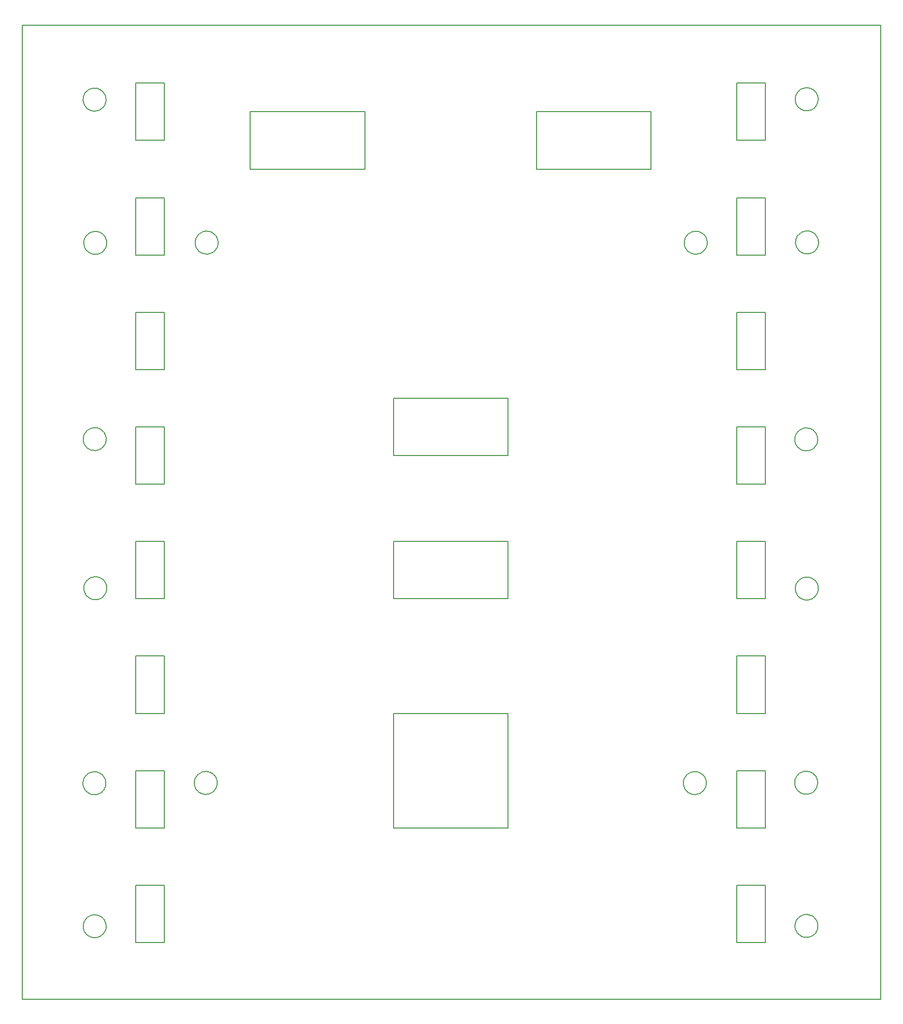
<source format=gbr>
G04 #@! TF.GenerationSoftware,KiCad,Pcbnew,5.1.5-52549c5~84~ubuntu18.04.1*
G04 #@! TF.CreationDate,2019-12-30T18:31:59+07:00*
G04 #@! TF.ProjectId,plate,706c6174-652e-46b6-9963-61645f706362,rev?*
G04 #@! TF.SameCoordinates,Original*
G04 #@! TF.FileFunction,Profile,NP*
%FSLAX46Y46*%
G04 Gerber Fmt 4.6, Leading zero omitted, Abs format (unit mm)*
G04 Created by KiCad (PCBNEW 5.1.5-52549c5~84~ubuntu18.04.1) date 2019-12-30 18:31:59*
%MOMM*%
%LPD*%
G04 APERTURE LIST*
%ADD10C,0.200000*%
G04 APERTURE END LIST*
D10*
X38202708Y-73012290D02*
X33202708Y-73012290D01*
X132006648Y-52598482D02*
X131875020Y-52668090D01*
X131875020Y-52668090D02*
X131731639Y-52730437D01*
X131731639Y-52730437D02*
X131581970Y-52781942D01*
X131581970Y-52781942D02*
X131422087Y-52822840D01*
X131422087Y-52822840D02*
X131249977Y-52851585D01*
X131249977Y-52851585D02*
X131062277Y-52865655D01*
X131062277Y-52865655D02*
X130866119Y-52861489D01*
X130866119Y-52861489D02*
X130685023Y-52840425D01*
X130685023Y-52840425D02*
X130517848Y-52805822D01*
X130517848Y-52805822D02*
X130361181Y-52759458D01*
X130361181Y-52759458D02*
X130213520Y-52702475D01*
X130213520Y-52702475D02*
X130075192Y-52636291D01*
X130075192Y-52636291D02*
X130006648Y-52598482D01*
X133006648Y-50866430D02*
X132997419Y-51058549D01*
X132997419Y-51058549D02*
X132972560Y-51234327D01*
X132972560Y-51234327D02*
X132934863Y-51397603D01*
X132934863Y-51397603D02*
X132884080Y-51555875D01*
X132884080Y-51555875D02*
X132825432Y-51698318D01*
X132825432Y-51698318D02*
X132757106Y-51833837D01*
X132757106Y-51833837D02*
X132680952Y-51960364D01*
X132680952Y-51960364D02*
X132596831Y-52079430D01*
X132596831Y-52079430D02*
X132505401Y-52190762D01*
X132505401Y-52190762D02*
X132407304Y-52294130D01*
X132407304Y-52294130D02*
X132301583Y-52390666D01*
X132301583Y-52390666D02*
X132188515Y-52479898D01*
X132188515Y-52479898D02*
X132068375Y-52561346D01*
X132068375Y-52561346D02*
X132006648Y-52598482D01*
X151456798Y-49079329D02*
X151580748Y-49157052D01*
X151580748Y-49157052D02*
X151697716Y-49242853D01*
X151697716Y-49242853D02*
X151807039Y-49335901D01*
X151807039Y-49335901D02*
X151908874Y-49436011D01*
X151908874Y-49436011D02*
X152006798Y-49547419D01*
X152006798Y-49547419D02*
X152093639Y-49662129D01*
X152093639Y-49662129D02*
X152172954Y-49784343D01*
X152172954Y-49784343D02*
X152246552Y-49918749D01*
X152246552Y-49918749D02*
X152309333Y-50057605D01*
X152309333Y-50057605D02*
X152362557Y-50204569D01*
X152362557Y-50204569D02*
X152405775Y-50362314D01*
X152405775Y-50362314D02*
X152437104Y-50531154D01*
X152437104Y-50531154D02*
X152454424Y-50713874D01*
X152454424Y-50713874D02*
X152456798Y-50811380D01*
X149456798Y-49079329D02*
X149588418Y-49009713D01*
X149588418Y-49009713D02*
X149732276Y-48947178D01*
X149732276Y-48947178D02*
X149881470Y-48895864D01*
X149881470Y-48895864D02*
X150041350Y-48854963D01*
X150041350Y-48854963D02*
X150213462Y-48826218D01*
X150213462Y-48826218D02*
X150399895Y-48812184D01*
X150399895Y-48812184D02*
X150597318Y-48816313D01*
X150597318Y-48816313D02*
X150782421Y-48838037D01*
X150782421Y-48838037D02*
X150949047Y-48872855D01*
X150949047Y-48872855D02*
X151104196Y-48919008D01*
X151104196Y-48919008D02*
X151249920Y-48975329D01*
X151249920Y-48975329D02*
X151386403Y-49040544D01*
X151386403Y-49040544D02*
X151456798Y-49079329D01*
X148456798Y-50811380D02*
X148466421Y-50615136D01*
X148466421Y-50615136D02*
X148491540Y-50439947D01*
X148491540Y-50439947D02*
X148530072Y-50274799D01*
X148530072Y-50274799D02*
X148579881Y-50120496D01*
X148579881Y-50120496D02*
X148638637Y-49978102D01*
X148638637Y-49978102D02*
X148706333Y-49843965D01*
X148706333Y-49843965D02*
X148784286Y-49714686D01*
X148784286Y-49714686D02*
X148867531Y-49597165D01*
X148867531Y-49597165D02*
X148958036Y-49487041D01*
X148958036Y-49487041D02*
X149057591Y-49382246D01*
X149057591Y-49382246D02*
X149174409Y-49276558D01*
X149174409Y-49276558D02*
X149289350Y-49187440D01*
X149289350Y-49187440D02*
X149414569Y-49104399D01*
X149414569Y-49104399D02*
X149456798Y-49079329D01*
X149456798Y-52543431D02*
X149332840Y-52465699D01*
X149332840Y-52465699D02*
X149214259Y-52378622D01*
X149214259Y-52378622D02*
X149105041Y-52285471D01*
X149105041Y-52285471D02*
X149001917Y-52183783D01*
X149001917Y-52183783D02*
X148906790Y-52075335D01*
X148906790Y-52075335D02*
X148819949Y-51960622D01*
X148819949Y-51960622D02*
X148740636Y-51838411D01*
X148740636Y-51838411D02*
X148668846Y-51707623D01*
X148668846Y-51707623D02*
X148605020Y-51567026D01*
X148605020Y-51567026D02*
X148551648Y-51420119D01*
X148551648Y-51420119D02*
X148508327Y-51262676D01*
X148508327Y-51262676D02*
X148476776Y-51093636D01*
X148476776Y-51093636D02*
X148459242Y-50910435D01*
X148459242Y-50910435D02*
X148456798Y-50811380D01*
X138202708Y-133012290D02*
X138202708Y-123012290D01*
X143202708Y-133012290D02*
X138202708Y-133012290D01*
X143202708Y-123012290D02*
X143202708Y-133012290D01*
X47420676Y-145157030D02*
X47411447Y-145349149D01*
X47411447Y-145349149D02*
X47386588Y-145524927D01*
X47386588Y-145524927D02*
X47348891Y-145688203D01*
X47348891Y-145688203D02*
X47298108Y-145846475D01*
X47298108Y-145846475D02*
X47239460Y-145988918D01*
X47239460Y-145988918D02*
X47171134Y-146124437D01*
X47171134Y-146124437D02*
X47094980Y-146250964D01*
X47094980Y-146250964D02*
X47010859Y-146370030D01*
X47010859Y-146370030D02*
X46919429Y-146481362D01*
X46919429Y-146481362D02*
X46821332Y-146584730D01*
X46821332Y-146584730D02*
X46715611Y-146681266D01*
X46715611Y-146681266D02*
X46602543Y-146770497D01*
X46602543Y-146770497D02*
X46482403Y-146851945D01*
X46482403Y-146851945D02*
X46420676Y-146889081D01*
X47576113Y-50846290D02*
X47576113Y-50846290D01*
X27125965Y-49169290D02*
X27249915Y-49247013D01*
X27249915Y-49247013D02*
X27366883Y-49332814D01*
X27366883Y-49332814D02*
X27476206Y-49425861D01*
X27476206Y-49425861D02*
X27578041Y-49525971D01*
X27578041Y-49525971D02*
X27675965Y-49637379D01*
X27675965Y-49637379D02*
X27762806Y-49752089D01*
X27762806Y-49752089D02*
X27842121Y-49874303D01*
X27842121Y-49874303D02*
X27915719Y-50008709D01*
X27915719Y-50008709D02*
X27978500Y-50147565D01*
X27978500Y-50147565D02*
X28031724Y-50294529D01*
X28031724Y-50294529D02*
X28074942Y-50452274D01*
X28074942Y-50452274D02*
X28106271Y-50621114D01*
X28106271Y-50621114D02*
X28123591Y-50803834D01*
X28123591Y-50803834D02*
X28125965Y-50901340D01*
X25125965Y-49169290D02*
X25257585Y-49099674D01*
X25257585Y-49099674D02*
X25401443Y-49037139D01*
X25401443Y-49037139D02*
X25550637Y-48985824D01*
X25550637Y-48985824D02*
X25710517Y-48944923D01*
X25710517Y-48944923D02*
X25882629Y-48916178D01*
X25882629Y-48916178D02*
X26069062Y-48902144D01*
X26069062Y-48902144D02*
X26266485Y-48906273D01*
X26266485Y-48906273D02*
X26451588Y-48927997D01*
X26451588Y-48927997D02*
X26618214Y-48962815D01*
X26618214Y-48962815D02*
X26773363Y-49008968D01*
X26773363Y-49008968D02*
X26919087Y-49065290D01*
X26919087Y-49065290D02*
X27055570Y-49130505D01*
X27055570Y-49130505D02*
X27125965Y-49169290D01*
X24125965Y-50901340D02*
X24135588Y-50705096D01*
X24135588Y-50705096D02*
X24160707Y-50529907D01*
X24160707Y-50529907D02*
X24199239Y-50364759D01*
X24199239Y-50364759D02*
X24249048Y-50210456D01*
X24249048Y-50210456D02*
X24307804Y-50068062D01*
X24307804Y-50068062D02*
X24375500Y-49933925D01*
X24375500Y-49933925D02*
X24453453Y-49804646D01*
X24453453Y-49804646D02*
X24536698Y-49687125D01*
X24536698Y-49687125D02*
X24627203Y-49577001D01*
X24627203Y-49577001D02*
X24726758Y-49472206D01*
X24726758Y-49472206D02*
X24843576Y-49366518D01*
X24843576Y-49366518D02*
X24958517Y-49277401D01*
X24958517Y-49277401D02*
X25083736Y-49194360D01*
X25083736Y-49194360D02*
X25125965Y-49169290D01*
X25125965Y-52633392D02*
X25002007Y-52555660D01*
X25002007Y-52555660D02*
X24883426Y-52468582D01*
X24883426Y-52468582D02*
X24774208Y-52375431D01*
X24774208Y-52375431D02*
X24671084Y-52273743D01*
X24671084Y-52273743D02*
X24575957Y-52165295D01*
X24575957Y-52165295D02*
X24489116Y-52050582D01*
X24489116Y-52050582D02*
X24409803Y-51928371D01*
X24409803Y-51928371D02*
X24338013Y-51797583D01*
X24338013Y-51797583D02*
X24274187Y-51656986D01*
X24274187Y-51656986D02*
X24220815Y-51510079D01*
X24220815Y-51510079D02*
X24177494Y-51352636D01*
X24177494Y-51352636D02*
X24145943Y-51183596D01*
X24145943Y-51183596D02*
X24128409Y-51000395D01*
X24128409Y-51000395D02*
X24125965Y-50901340D01*
X27125965Y-52633392D02*
X26994337Y-52703000D01*
X26994337Y-52703000D02*
X26850956Y-52765347D01*
X26850956Y-52765347D02*
X26701287Y-52816852D01*
X26701287Y-52816852D02*
X26541404Y-52857750D01*
X26541404Y-52857750D02*
X26369294Y-52886495D01*
X26369294Y-52886495D02*
X26181594Y-52900565D01*
X26181594Y-52900565D02*
X25985436Y-52896399D01*
X25985436Y-52896399D02*
X25804340Y-52875335D01*
X25804340Y-52875335D02*
X25637165Y-52840732D01*
X25637165Y-52840732D02*
X25480498Y-52794368D01*
X25480498Y-52794368D02*
X25332837Y-52737385D01*
X25332837Y-52737385D02*
X25194509Y-52671201D01*
X25194509Y-52671201D02*
X25125965Y-52633392D01*
X33202708Y-93012290D02*
X33202708Y-83012290D01*
X98202708Y-153012290D02*
X78202708Y-153012290D01*
X98202708Y-133012290D02*
X98202708Y-153012290D01*
X78202708Y-133012290D02*
X98202708Y-133012290D01*
X78202708Y-153012290D02*
X78202708Y-133012290D01*
X27970524Y-145212090D02*
X27970524Y-145212090D01*
X47420676Y-145157030D02*
X47420676Y-145157030D01*
X26970524Y-143480039D02*
X27094474Y-143557762D01*
X27094474Y-143557762D02*
X27211442Y-143643563D01*
X27211442Y-143643563D02*
X27320765Y-143736611D01*
X27320765Y-143736611D02*
X27422600Y-143836721D01*
X27422600Y-143836721D02*
X27520524Y-143948129D01*
X27520524Y-143948129D02*
X27607365Y-144062839D01*
X27607365Y-144062839D02*
X27686680Y-144185053D01*
X27686680Y-144185053D02*
X27760278Y-144319459D01*
X27760278Y-144319459D02*
X27823059Y-144458315D01*
X27823059Y-144458315D02*
X27876283Y-144605279D01*
X27876283Y-144605279D02*
X27919501Y-144763024D01*
X27919501Y-144763024D02*
X27950830Y-144931864D01*
X27950830Y-144931864D02*
X27968150Y-145114584D01*
X27968150Y-145114584D02*
X27970524Y-145212090D01*
X24970524Y-143480039D02*
X25102144Y-143410423D01*
X25102144Y-143410423D02*
X25246002Y-143347888D01*
X25246002Y-143347888D02*
X25395196Y-143296574D01*
X25395196Y-143296574D02*
X25555076Y-143255673D01*
X25555076Y-143255673D02*
X25727188Y-143226928D01*
X25727188Y-143226928D02*
X25913621Y-143212894D01*
X25913621Y-143212894D02*
X26111044Y-143217023D01*
X26111044Y-143217023D02*
X26296147Y-143238747D01*
X26296147Y-143238747D02*
X26462773Y-143273565D01*
X26462773Y-143273565D02*
X26617922Y-143319718D01*
X26617922Y-143319718D02*
X26763646Y-143376039D01*
X26763646Y-143376039D02*
X26900129Y-143441254D01*
X26900129Y-143441254D02*
X26970524Y-143480039D01*
X23970524Y-145212090D02*
X23980147Y-145015846D01*
X23980147Y-145015846D02*
X24005266Y-144840657D01*
X24005266Y-144840657D02*
X24043798Y-144675509D01*
X24043798Y-144675509D02*
X24093607Y-144521206D01*
X24093607Y-144521206D02*
X24152363Y-144378812D01*
X24152363Y-144378812D02*
X24220059Y-144244675D01*
X24220059Y-144244675D02*
X24298012Y-144115396D01*
X24298012Y-144115396D02*
X24381257Y-143997875D01*
X24381257Y-143997875D02*
X24471762Y-143887751D01*
X24471762Y-143887751D02*
X24571317Y-143782956D01*
X24571317Y-143782956D02*
X24688135Y-143677268D01*
X24688135Y-143677268D02*
X24803076Y-143588150D01*
X24803076Y-143588150D02*
X24928295Y-143505109D01*
X24928295Y-143505109D02*
X24970524Y-143480039D01*
X24970524Y-146944141D02*
X24846566Y-146866409D01*
X24846566Y-146866409D02*
X24727985Y-146779332D01*
X24727985Y-146779332D02*
X24618767Y-146686181D01*
X24618767Y-146686181D02*
X24515643Y-146584493D01*
X24515643Y-146584493D02*
X24420516Y-146476045D01*
X24420516Y-146476045D02*
X24333675Y-146361332D01*
X24333675Y-146361332D02*
X24254362Y-146239121D01*
X24254362Y-146239121D02*
X24182572Y-146108333D01*
X24182572Y-146108333D02*
X24118746Y-145967736D01*
X24118746Y-145967736D02*
X24065374Y-145820829D01*
X24065374Y-145820829D02*
X24022053Y-145663386D01*
X24022053Y-145663386D02*
X23990502Y-145494346D01*
X23990502Y-145494346D02*
X23972968Y-145311145D01*
X23972968Y-145311145D02*
X23970524Y-145212090D01*
X26970524Y-146944141D02*
X26838896Y-147013749D01*
X26838896Y-147013749D02*
X26695515Y-147076096D01*
X26695515Y-147076096D02*
X26545846Y-147127601D01*
X26545846Y-147127601D02*
X26385963Y-147168499D01*
X26385963Y-147168499D02*
X26213853Y-147197244D01*
X26213853Y-147197244D02*
X26026153Y-147211314D01*
X26026153Y-147211314D02*
X25829995Y-147207148D01*
X25829995Y-147207148D02*
X25648899Y-147186084D01*
X25648899Y-147186084D02*
X25481724Y-147151481D01*
X25481724Y-147151481D02*
X25325057Y-147105117D01*
X25325057Y-147105117D02*
X25177396Y-147048134D01*
X25177396Y-147048134D02*
X25039068Y-146981950D01*
X25039068Y-146981950D02*
X24970524Y-146944141D01*
X28017474Y-85141960D02*
X28017474Y-85141960D01*
X27128497Y-109446089D02*
X27252447Y-109523812D01*
X27252447Y-109523812D02*
X27369415Y-109609613D01*
X27369415Y-109609613D02*
X27478738Y-109702661D01*
X27478738Y-109702661D02*
X27580573Y-109802771D01*
X27580573Y-109802771D02*
X27678497Y-109914179D01*
X27678497Y-109914179D02*
X27765338Y-110028889D01*
X27765338Y-110028889D02*
X27844653Y-110151103D01*
X27844653Y-110151103D02*
X27918251Y-110285509D01*
X27918251Y-110285509D02*
X27981032Y-110424365D01*
X27981032Y-110424365D02*
X28034256Y-110571329D01*
X28034256Y-110571329D02*
X28077474Y-110729074D01*
X28077474Y-110729074D02*
X28108803Y-110897914D01*
X28108803Y-110897914D02*
X28126123Y-111080634D01*
X28126123Y-111080634D02*
X28128497Y-111178140D01*
X25128497Y-109446089D02*
X25260117Y-109376473D01*
X25260117Y-109376473D02*
X25403975Y-109313938D01*
X25403975Y-109313938D02*
X25553169Y-109262624D01*
X25553169Y-109262624D02*
X25713049Y-109221723D01*
X25713049Y-109221723D02*
X25885161Y-109192978D01*
X25885161Y-109192978D02*
X26071594Y-109178944D01*
X26071594Y-109178944D02*
X26269017Y-109183073D01*
X26269017Y-109183073D02*
X26454120Y-109204797D01*
X26454120Y-109204797D02*
X26620746Y-109239615D01*
X26620746Y-109239615D02*
X26775895Y-109285768D01*
X26775895Y-109285768D02*
X26921619Y-109342089D01*
X26921619Y-109342089D02*
X27058102Y-109407304D01*
X27058102Y-109407304D02*
X27128497Y-109446089D01*
X24128497Y-111178140D02*
X24138120Y-110981896D01*
X24138120Y-110981896D02*
X24163239Y-110806707D01*
X24163239Y-110806707D02*
X24201771Y-110641559D01*
X24201771Y-110641559D02*
X24251580Y-110487256D01*
X24251580Y-110487256D02*
X24310336Y-110344862D01*
X24310336Y-110344862D02*
X24378032Y-110210725D01*
X24378032Y-110210725D02*
X24455985Y-110081446D01*
X24455985Y-110081446D02*
X24539230Y-109963925D01*
X24539230Y-109963925D02*
X24629735Y-109853801D01*
X24629735Y-109853801D02*
X24729290Y-109749006D01*
X24729290Y-109749006D02*
X24846108Y-109643318D01*
X24846108Y-109643318D02*
X24961049Y-109554200D01*
X24961049Y-109554200D02*
X25086268Y-109471159D01*
X25086268Y-109471159D02*
X25128497Y-109446089D01*
X25128497Y-112910191D02*
X25004539Y-112832459D01*
X25004539Y-112832459D02*
X24885958Y-112745382D01*
X24885958Y-112745382D02*
X24776740Y-112652231D01*
X24776740Y-112652231D02*
X24673616Y-112550543D01*
X24673616Y-112550543D02*
X24578489Y-112442095D01*
X24578489Y-112442095D02*
X24491648Y-112327382D01*
X24491648Y-112327382D02*
X24412335Y-112205171D01*
X24412335Y-112205171D02*
X24340545Y-112074383D01*
X24340545Y-112074383D02*
X24276719Y-111933786D01*
X24276719Y-111933786D02*
X24223347Y-111786879D01*
X24223347Y-111786879D02*
X24180026Y-111629436D01*
X24180026Y-111629436D02*
X24148475Y-111460396D01*
X24148475Y-111460396D02*
X24130941Y-111277195D01*
X24130941Y-111277195D02*
X24128497Y-111178140D01*
X27128497Y-112910191D02*
X26996869Y-112979799D01*
X26996869Y-112979799D02*
X26853488Y-113042146D01*
X26853488Y-113042146D02*
X26703819Y-113093651D01*
X26703819Y-113093651D02*
X26543936Y-113134549D01*
X26543936Y-113134549D02*
X26371826Y-113163294D01*
X26371826Y-113163294D02*
X26184126Y-113177364D01*
X26184126Y-113177364D02*
X25987968Y-113173198D01*
X25987968Y-113173198D02*
X25806872Y-113152134D01*
X25806872Y-113152134D02*
X25639697Y-113117531D01*
X25639697Y-113117531D02*
X25483030Y-113071167D01*
X25483030Y-113071167D02*
X25335369Y-113014184D01*
X25335369Y-113014184D02*
X25197041Y-112948000D01*
X25197041Y-112948000D02*
X25128497Y-112910191D01*
X38202708Y-43012290D02*
X38202708Y-53012290D01*
X24994003Y-24154109D02*
X25125623Y-24084493D01*
X25125623Y-24084493D02*
X25269481Y-24021958D01*
X25269481Y-24021958D02*
X25418675Y-23970644D01*
X25418675Y-23970644D02*
X25578555Y-23929743D01*
X25578555Y-23929743D02*
X25750667Y-23900998D01*
X25750667Y-23900998D02*
X25937100Y-23886964D01*
X25937100Y-23886964D02*
X26134523Y-23891093D01*
X26134523Y-23891093D02*
X26319626Y-23912817D01*
X26319626Y-23912817D02*
X26486252Y-23947635D01*
X26486252Y-23947635D02*
X26641401Y-23993788D01*
X26641401Y-23993788D02*
X26787125Y-24050109D01*
X26787125Y-24050109D02*
X26923608Y-24115324D01*
X26923608Y-24115324D02*
X26994003Y-24154109D01*
X23994003Y-25886160D02*
X24003626Y-25689916D01*
X24003626Y-25689916D02*
X24028745Y-25514727D01*
X24028745Y-25514727D02*
X24067277Y-25349579D01*
X24067277Y-25349579D02*
X24117086Y-25195276D01*
X24117086Y-25195276D02*
X24175842Y-25052882D01*
X24175842Y-25052882D02*
X24243538Y-24918745D01*
X24243538Y-24918745D02*
X24321491Y-24789466D01*
X24321491Y-24789466D02*
X24404736Y-24671945D01*
X24404736Y-24671945D02*
X24495241Y-24561821D01*
X24495241Y-24561821D02*
X24594796Y-24457026D01*
X24594796Y-24457026D02*
X24711614Y-24351338D01*
X24711614Y-24351338D02*
X24826555Y-24262220D01*
X24826555Y-24262220D02*
X24951774Y-24179179D01*
X24951774Y-24179179D02*
X24994003Y-24154109D01*
X24994003Y-27618211D02*
X24870045Y-27540479D01*
X24870045Y-27540479D02*
X24751464Y-27453402D01*
X24751464Y-27453402D02*
X24642246Y-27360251D01*
X24642246Y-27360251D02*
X24539122Y-27258563D01*
X24539122Y-27258563D02*
X24443995Y-27150115D01*
X24443995Y-27150115D02*
X24357154Y-27035402D01*
X24357154Y-27035402D02*
X24277841Y-26913191D01*
X24277841Y-26913191D02*
X24206051Y-26782403D01*
X24206051Y-26782403D02*
X24142225Y-26641806D01*
X24142225Y-26641806D02*
X24088853Y-26494899D01*
X24088853Y-26494899D02*
X24045532Y-26337456D01*
X24045532Y-26337456D02*
X24013981Y-26168416D01*
X24013981Y-26168416D02*
X23996447Y-25985215D01*
X23996447Y-25985215D02*
X23994003Y-25886160D01*
X26994003Y-27618211D02*
X26862375Y-27687819D01*
X26862375Y-27687819D02*
X26718994Y-27750166D01*
X26718994Y-27750166D02*
X26569325Y-27801671D01*
X26569325Y-27801671D02*
X26409442Y-27842569D01*
X26409442Y-27842569D02*
X26237332Y-27871314D01*
X26237332Y-27871314D02*
X26049632Y-27885384D01*
X26049632Y-27885384D02*
X25853474Y-27881218D01*
X25853474Y-27881218D02*
X25672378Y-27860154D01*
X25672378Y-27860154D02*
X25505203Y-27825551D01*
X25505203Y-27825551D02*
X25348536Y-27779187D01*
X25348536Y-27779187D02*
X25200875Y-27722204D01*
X25200875Y-27722204D02*
X25062547Y-27656020D01*
X25062547Y-27656020D02*
X24994003Y-27618211D01*
X27970524Y-145212090D02*
X27961295Y-145404209D01*
X27961295Y-145404209D02*
X27936436Y-145579987D01*
X27936436Y-145579987D02*
X27898739Y-145743263D01*
X27898739Y-145743263D02*
X27847956Y-145901535D01*
X27847956Y-145901535D02*
X27789308Y-146043978D01*
X27789308Y-146043978D02*
X27720982Y-146179497D01*
X27720982Y-146179497D02*
X27644828Y-146306024D01*
X27644828Y-146306024D02*
X27560707Y-146425090D01*
X27560707Y-146425090D02*
X27469277Y-146536422D01*
X27469277Y-146536422D02*
X27371180Y-146639790D01*
X27371180Y-146639790D02*
X27265459Y-146736326D01*
X27265459Y-146736326D02*
X27152391Y-146825557D01*
X27152391Y-146825557D02*
X27032251Y-146907005D01*
X27032251Y-146907005D02*
X26970524Y-146944141D01*
X28125965Y-50901340D02*
X28125965Y-50901340D01*
X46420676Y-143424979D02*
X46544626Y-143502702D01*
X46544626Y-143502702D02*
X46661594Y-143588503D01*
X46661594Y-143588503D02*
X46770917Y-143681551D01*
X46770917Y-143681551D02*
X46872752Y-143781661D01*
X46872752Y-143781661D02*
X46970676Y-143893069D01*
X46970676Y-143893069D02*
X47057517Y-144007779D01*
X47057517Y-144007779D02*
X47136832Y-144129993D01*
X47136832Y-144129993D02*
X47210430Y-144264399D01*
X47210430Y-144264399D02*
X47273211Y-144403255D01*
X47273211Y-144403255D02*
X47326435Y-144550219D01*
X47326435Y-144550219D02*
X47369653Y-144707964D01*
X47369653Y-144707964D02*
X47400982Y-144876804D01*
X47400982Y-144876804D02*
X47418302Y-145059524D01*
X47418302Y-145059524D02*
X47420676Y-145157030D01*
X44420676Y-143424979D02*
X44552296Y-143355363D01*
X44552296Y-143355363D02*
X44696154Y-143292828D01*
X44696154Y-143292828D02*
X44845348Y-143241514D01*
X44845348Y-143241514D02*
X45005228Y-143200613D01*
X45005228Y-143200613D02*
X45177340Y-143171868D01*
X45177340Y-143171868D02*
X45363773Y-143157834D01*
X45363773Y-143157834D02*
X45561196Y-143161963D01*
X45561196Y-143161963D02*
X45746298Y-143183687D01*
X45746298Y-143183687D02*
X45912924Y-143218505D01*
X45912924Y-143218505D02*
X46068074Y-143264658D01*
X46068074Y-143264658D02*
X46213798Y-143320979D01*
X46213798Y-143320979D02*
X46350281Y-143386194D01*
X46350281Y-143386194D02*
X46420676Y-143424979D01*
X43420676Y-145157030D02*
X43430299Y-144960786D01*
X43430299Y-144960786D02*
X43455418Y-144785597D01*
X43455418Y-144785597D02*
X43493950Y-144620449D01*
X43493950Y-144620449D02*
X43543759Y-144466146D01*
X43543759Y-144466146D02*
X43602515Y-144323752D01*
X43602515Y-144323752D02*
X43670211Y-144189615D01*
X43670211Y-144189615D02*
X43748164Y-144060336D01*
X43748164Y-144060336D02*
X43831409Y-143942815D01*
X43831409Y-143942815D02*
X43921914Y-143832691D01*
X43921914Y-143832691D02*
X44021469Y-143727896D01*
X44021469Y-143727896D02*
X44138287Y-143622208D01*
X44138287Y-143622208D02*
X44253228Y-143533090D01*
X44253228Y-143533090D02*
X44378447Y-143450049D01*
X44378447Y-143450049D02*
X44420676Y-143424979D01*
X44420676Y-146889081D02*
X44296718Y-146811349D01*
X44296718Y-146811349D02*
X44178137Y-146724272D01*
X44178137Y-146724272D02*
X44068919Y-146631121D01*
X44068919Y-146631121D02*
X43965795Y-146529433D01*
X43965795Y-146529433D02*
X43870668Y-146420985D01*
X43870668Y-146420985D02*
X43783827Y-146306272D01*
X43783827Y-146306272D02*
X43704514Y-146184061D01*
X43704514Y-146184061D02*
X43632724Y-146053273D01*
X43632724Y-146053273D02*
X43568898Y-145912676D01*
X43568898Y-145912676D02*
X43515526Y-145765769D01*
X43515526Y-145765769D02*
X43472205Y-145608326D01*
X43472205Y-145608326D02*
X43440654Y-145439286D01*
X43440654Y-145439286D02*
X43423120Y-145256085D01*
X43423120Y-145256085D02*
X43420676Y-145157030D01*
X46420676Y-146889081D02*
X46289048Y-146958689D01*
X46289048Y-146958689D02*
X46145667Y-147021036D01*
X46145667Y-147021036D02*
X45995997Y-147072541D01*
X45995997Y-147072541D02*
X45836114Y-147113439D01*
X45836114Y-147113439D02*
X45664004Y-147142184D01*
X45664004Y-147142184D02*
X45476305Y-147156254D01*
X45476305Y-147156254D02*
X45280147Y-147152088D01*
X45280147Y-147152088D02*
X45099051Y-147131024D01*
X45099051Y-147131024D02*
X44931876Y-147096421D01*
X44931876Y-147096421D02*
X44775209Y-147050057D01*
X44775209Y-147050057D02*
X44627548Y-146993074D01*
X44627548Y-146993074D02*
X44489220Y-146926890D01*
X44489220Y-146926890D02*
X44420676Y-146889081D01*
X38202708Y-33012290D02*
X33202708Y-33012290D01*
X138202708Y-73012290D02*
X138202708Y-63012290D01*
X143202708Y-73012290D02*
X138202708Y-73012290D01*
X143202708Y-63012290D02*
X143202708Y-73012290D01*
X138202708Y-63012290D02*
X143202708Y-63012290D01*
X25017474Y-86874011D02*
X24893516Y-86796279D01*
X24893516Y-86796279D02*
X24774935Y-86709202D01*
X24774935Y-86709202D02*
X24665717Y-86616051D01*
X24665717Y-86616051D02*
X24562593Y-86514363D01*
X24562593Y-86514363D02*
X24467466Y-86405915D01*
X24467466Y-86405915D02*
X24380625Y-86291202D01*
X24380625Y-86291202D02*
X24301312Y-86168991D01*
X24301312Y-86168991D02*
X24229522Y-86038203D01*
X24229522Y-86038203D02*
X24165696Y-85897606D01*
X24165696Y-85897606D02*
X24112324Y-85750699D01*
X24112324Y-85750699D02*
X24069003Y-85593256D01*
X24069003Y-85593256D02*
X24037452Y-85424216D01*
X24037452Y-85424216D02*
X24019918Y-85241015D01*
X24019918Y-85241015D02*
X24017474Y-85141960D01*
X27017474Y-86874011D02*
X26885846Y-86943619D01*
X26885846Y-86943619D02*
X26742465Y-87005966D01*
X26742465Y-87005966D02*
X26592796Y-87057471D01*
X26592796Y-87057471D02*
X26432913Y-87098369D01*
X26432913Y-87098369D02*
X26260803Y-87127114D01*
X26260803Y-87127114D02*
X26073103Y-87141184D01*
X26073103Y-87141184D02*
X25876945Y-87137018D01*
X25876945Y-87137018D02*
X25695849Y-87115954D01*
X25695849Y-87115954D02*
X25528674Y-87081351D01*
X25528674Y-87081351D02*
X25372007Y-87034987D01*
X25372007Y-87034987D02*
X25224346Y-86978004D01*
X25224346Y-86978004D02*
X25086018Y-86911820D01*
X25086018Y-86911820D02*
X25017474Y-86874011D01*
X28017474Y-85141960D02*
X28008245Y-85334079D01*
X28008245Y-85334079D02*
X27983386Y-85509857D01*
X27983386Y-85509857D02*
X27945689Y-85673133D01*
X27945689Y-85673133D02*
X27894906Y-85831405D01*
X27894906Y-85831405D02*
X27836258Y-85973848D01*
X27836258Y-85973848D02*
X27767932Y-86109367D01*
X27767932Y-86109367D02*
X27691778Y-86235894D01*
X27691778Y-86235894D02*
X27607657Y-86354960D01*
X27607657Y-86354960D02*
X27516227Y-86466292D01*
X27516227Y-86466292D02*
X27418130Y-86569660D01*
X27418130Y-86569660D02*
X27312409Y-86666196D01*
X27312409Y-86666196D02*
X27199341Y-86755427D01*
X27199341Y-86755427D02*
X27079201Y-86836875D01*
X27079201Y-86836875D02*
X27017474Y-86874011D01*
X33202708Y-113012290D02*
X33202708Y-103012290D01*
X151309108Y-83465419D02*
X151433058Y-83543142D01*
X151433058Y-83543142D02*
X151550026Y-83628943D01*
X151550026Y-83628943D02*
X151659349Y-83721991D01*
X151659349Y-83721991D02*
X151761184Y-83822101D01*
X151761184Y-83822101D02*
X151859108Y-83933509D01*
X151859108Y-83933509D02*
X151945949Y-84048219D01*
X151945949Y-84048219D02*
X152025264Y-84170433D01*
X152025264Y-84170433D02*
X152098862Y-84304839D01*
X152098862Y-84304839D02*
X152161643Y-84443695D01*
X152161643Y-84443695D02*
X152214867Y-84590659D01*
X152214867Y-84590659D02*
X152258085Y-84748404D01*
X152258085Y-84748404D02*
X152289414Y-84917244D01*
X152289414Y-84917244D02*
X152306734Y-85099964D01*
X152306734Y-85099964D02*
X152309108Y-85197470D01*
X149309108Y-83465419D02*
X149440728Y-83395803D01*
X149440728Y-83395803D02*
X149584586Y-83333268D01*
X149584586Y-83333268D02*
X149733780Y-83281954D01*
X149733780Y-83281954D02*
X149893660Y-83241053D01*
X149893660Y-83241053D02*
X150065772Y-83212308D01*
X150065772Y-83212308D02*
X150252205Y-83198274D01*
X150252205Y-83198274D02*
X150449628Y-83202403D01*
X150449628Y-83202403D02*
X150634731Y-83224127D01*
X150634731Y-83224127D02*
X150801357Y-83258945D01*
X150801357Y-83258945D02*
X150956506Y-83305098D01*
X150956506Y-83305098D02*
X151102230Y-83361419D01*
X151102230Y-83361419D02*
X151238713Y-83426634D01*
X151238713Y-83426634D02*
X151309108Y-83465419D01*
X148309108Y-85197470D02*
X148318731Y-85001226D01*
X148318731Y-85001226D02*
X148343850Y-84826037D01*
X148343850Y-84826037D02*
X148382382Y-84660889D01*
X148382382Y-84660889D02*
X148432191Y-84506586D01*
X148432191Y-84506586D02*
X148490947Y-84364192D01*
X148490947Y-84364192D02*
X148558643Y-84230055D01*
X148558643Y-84230055D02*
X148636596Y-84100776D01*
X148636596Y-84100776D02*
X148719841Y-83983255D01*
X148719841Y-83983255D02*
X148810346Y-83873131D01*
X148810346Y-83873131D02*
X148909901Y-83768336D01*
X148909901Y-83768336D02*
X149026719Y-83662648D01*
X149026719Y-83662648D02*
X149141660Y-83573530D01*
X149141660Y-83573530D02*
X149266879Y-83490489D01*
X149266879Y-83490489D02*
X149309108Y-83465419D01*
X149309108Y-86929521D02*
X149185150Y-86851789D01*
X149185150Y-86851789D02*
X149066569Y-86764712D01*
X149066569Y-86764712D02*
X148957351Y-86671561D01*
X148957351Y-86671561D02*
X148854227Y-86569873D01*
X148854227Y-86569873D02*
X148759100Y-86461425D01*
X148759100Y-86461425D02*
X148672259Y-86346712D01*
X148672259Y-86346712D02*
X148592946Y-86224501D01*
X148592946Y-86224501D02*
X148521156Y-86093713D01*
X148521156Y-86093713D02*
X148457330Y-85953116D01*
X148457330Y-85953116D02*
X148403958Y-85806209D01*
X148403958Y-85806209D02*
X148360637Y-85648766D01*
X148360637Y-85648766D02*
X148329086Y-85479726D01*
X148329086Y-85479726D02*
X148311552Y-85296525D01*
X148311552Y-85296525D02*
X148309108Y-85197470D01*
X151309108Y-86929521D02*
X151177480Y-86999129D01*
X151177480Y-86999129D02*
X151034099Y-87061476D01*
X151034099Y-87061476D02*
X150884430Y-87112981D01*
X150884430Y-87112981D02*
X150724547Y-87153879D01*
X150724547Y-87153879D02*
X150552437Y-87182624D01*
X150552437Y-87182624D02*
X150364737Y-87196694D01*
X150364737Y-87196694D02*
X150168579Y-87192528D01*
X150168579Y-87192528D02*
X149987483Y-87171464D01*
X149987483Y-87171464D02*
X149820308Y-87136861D01*
X149820308Y-87136861D02*
X149663641Y-87090497D01*
X149663641Y-87090497D02*
X149515980Y-87033514D01*
X149515980Y-87033514D02*
X149377652Y-86967330D01*
X149377652Y-86967330D02*
X149309108Y-86929521D01*
X152309108Y-85197470D02*
X152299879Y-85389589D01*
X152299879Y-85389589D02*
X152275020Y-85565367D01*
X152275020Y-85565367D02*
X152237323Y-85728643D01*
X152237323Y-85728643D02*
X152186540Y-85886915D01*
X152186540Y-85886915D02*
X152127892Y-86029358D01*
X152127892Y-86029358D02*
X152059566Y-86164877D01*
X152059566Y-86164877D02*
X151983412Y-86291404D01*
X151983412Y-86291404D02*
X151899291Y-86410470D01*
X151899291Y-86410470D02*
X151807861Y-86521802D01*
X151807861Y-86521802D02*
X151709764Y-86625170D01*
X151709764Y-86625170D02*
X151604043Y-86721706D01*
X151604043Y-86721706D02*
X151490975Y-86810937D01*
X151490975Y-86810937D02*
X151370835Y-86892385D01*
X151370835Y-86892385D02*
X151309108Y-86929521D01*
X152309108Y-85197470D02*
X152309108Y-85197470D01*
X151420128Y-109501599D02*
X151544078Y-109579322D01*
X151544078Y-109579322D02*
X151661046Y-109665123D01*
X151661046Y-109665123D02*
X151770369Y-109758171D01*
X151770369Y-109758171D02*
X151872204Y-109858281D01*
X151872204Y-109858281D02*
X151970128Y-109969689D01*
X151970128Y-109969689D02*
X152056969Y-110084399D01*
X152056969Y-110084399D02*
X152136284Y-110206613D01*
X152136284Y-110206613D02*
X152209882Y-110341019D01*
X152209882Y-110341019D02*
X152272663Y-110479875D01*
X152272663Y-110479875D02*
X152325887Y-110626839D01*
X152325887Y-110626839D02*
X152369105Y-110784584D01*
X152369105Y-110784584D02*
X152400434Y-110953424D01*
X152400434Y-110953424D02*
X152417754Y-111136144D01*
X152417754Y-111136144D02*
X152420128Y-111233650D01*
X149420128Y-109501599D02*
X149551748Y-109431983D01*
X149551748Y-109431983D02*
X149695606Y-109369448D01*
X149695606Y-109369448D02*
X149844800Y-109318134D01*
X149844800Y-109318134D02*
X150004680Y-109277233D01*
X150004680Y-109277233D02*
X150176792Y-109248488D01*
X150176792Y-109248488D02*
X150363225Y-109234454D01*
X150363225Y-109234454D02*
X150560648Y-109238583D01*
X150560648Y-109238583D02*
X150745751Y-109260307D01*
X150745751Y-109260307D02*
X150912377Y-109295125D01*
X150912377Y-109295125D02*
X151067526Y-109341278D01*
X151067526Y-109341278D02*
X151213250Y-109397599D01*
X151213250Y-109397599D02*
X151349733Y-109462814D01*
X151349733Y-109462814D02*
X151420128Y-109501599D01*
X151420128Y-112965701D02*
X151288500Y-113035309D01*
X151288500Y-113035309D02*
X151145119Y-113097656D01*
X151145119Y-113097656D02*
X150995450Y-113149161D01*
X150995450Y-113149161D02*
X150835567Y-113190059D01*
X150835567Y-113190059D02*
X150663457Y-113218804D01*
X150663457Y-113218804D02*
X150475757Y-113232874D01*
X150475757Y-113232874D02*
X150279599Y-113228708D01*
X150279599Y-113228708D02*
X150098503Y-113207644D01*
X150098503Y-113207644D02*
X149931328Y-113173041D01*
X149931328Y-113173041D02*
X149774661Y-113126677D01*
X149774661Y-113126677D02*
X149627000Y-113069694D01*
X149627000Y-113069694D02*
X149488672Y-113003510D01*
X149488672Y-113003510D02*
X149420128Y-112965701D01*
X152420128Y-111233650D02*
X152410899Y-111425769D01*
X152410899Y-111425769D02*
X152386040Y-111601547D01*
X152386040Y-111601547D02*
X152348343Y-111764823D01*
X152348343Y-111764823D02*
X152297560Y-111923095D01*
X152297560Y-111923095D02*
X152238912Y-112065538D01*
X152238912Y-112065538D02*
X152170586Y-112201057D01*
X152170586Y-112201057D02*
X152094432Y-112327584D01*
X152094432Y-112327584D02*
X152010311Y-112446650D01*
X152010311Y-112446650D02*
X151918881Y-112557982D01*
X151918881Y-112557982D02*
X151820784Y-112661350D01*
X151820784Y-112661350D02*
X151715063Y-112757886D01*
X151715063Y-112757886D02*
X151601995Y-112847117D01*
X151601995Y-112847117D02*
X151481855Y-112928565D01*
X151481855Y-112928565D02*
X151420128Y-112965701D01*
X28019913Y-170169640D02*
X28019913Y-170169640D01*
X138202708Y-23012290D02*
X143202708Y-23012290D01*
X138202708Y-53012290D02*
X138202708Y-43012290D01*
X143202708Y-53012290D02*
X138202708Y-53012290D01*
X143202708Y-43012290D02*
X143202708Y-53012290D01*
X138202708Y-43012290D02*
X143202708Y-43012290D01*
X38202708Y-133012290D02*
X33202708Y-133012290D01*
X103202708Y-38012290D02*
X103202708Y-28012290D01*
X38202708Y-53012290D02*
X33202708Y-53012290D01*
X26994003Y-24154109D02*
X27117953Y-24231832D01*
X27117953Y-24231832D02*
X27234921Y-24317633D01*
X27234921Y-24317633D02*
X27344244Y-24410681D01*
X27344244Y-24410681D02*
X27446079Y-24510791D01*
X27446079Y-24510791D02*
X27544003Y-24622199D01*
X27544003Y-24622199D02*
X27630844Y-24736909D01*
X27630844Y-24736909D02*
X27710159Y-24859123D01*
X27710159Y-24859123D02*
X27783757Y-24993529D01*
X27783757Y-24993529D02*
X27846538Y-25132385D01*
X27846538Y-25132385D02*
X27899762Y-25279349D01*
X27899762Y-25279349D02*
X27942980Y-25437094D01*
X27942980Y-25437094D02*
X27974309Y-25605934D01*
X27974309Y-25605934D02*
X27991629Y-25788654D01*
X27991629Y-25788654D02*
X27994003Y-25886160D01*
X152301358Y-145122120D02*
X152292129Y-145314239D01*
X152292129Y-145314239D02*
X152267270Y-145490017D01*
X152267270Y-145490017D02*
X152229573Y-145653293D01*
X152229573Y-145653293D02*
X152178790Y-145811565D01*
X152178790Y-145811565D02*
X152120142Y-145954008D01*
X152120142Y-145954008D02*
X152051816Y-146089527D01*
X152051816Y-146089527D02*
X151975662Y-146216054D01*
X151975662Y-146216054D02*
X151891541Y-146335120D01*
X151891541Y-146335120D02*
X151800111Y-146446452D01*
X151800111Y-146446452D02*
X151702014Y-146549820D01*
X151702014Y-146549820D02*
X151596293Y-146646356D01*
X151596293Y-146646356D02*
X151483225Y-146735587D01*
X151483225Y-146735587D02*
X151363085Y-146817035D01*
X151363085Y-146817035D02*
X151301358Y-146854171D01*
X133006648Y-50866430D02*
X133006648Y-50866430D01*
X163335000Y-182880000D02*
X13335000Y-182880000D01*
X33202708Y-163012290D02*
X38202708Y-163012290D01*
X143202708Y-173012290D02*
X138202708Y-173012290D01*
X143202708Y-163012290D02*
X143202708Y-173012290D01*
X38202708Y-93012290D02*
X33202708Y-93012290D01*
X149387228Y-24098679D02*
X149518848Y-24029063D01*
X149518848Y-24029063D02*
X149662706Y-23966528D01*
X149662706Y-23966528D02*
X149811900Y-23915214D01*
X149811900Y-23915214D02*
X149971780Y-23874313D01*
X149971780Y-23874313D02*
X150143892Y-23845568D01*
X150143892Y-23845568D02*
X150330325Y-23831534D01*
X150330325Y-23831534D02*
X150527748Y-23835663D01*
X150527748Y-23835663D02*
X150712851Y-23857387D01*
X150712851Y-23857387D02*
X150879477Y-23892205D01*
X150879477Y-23892205D02*
X151034626Y-23938358D01*
X151034626Y-23938358D02*
X151180350Y-23994679D01*
X151180350Y-23994679D02*
X151316833Y-24059894D01*
X151316833Y-24059894D02*
X151387228Y-24098679D01*
X148387228Y-25830730D02*
X148396851Y-25634486D01*
X148396851Y-25634486D02*
X148421970Y-25459297D01*
X148421970Y-25459297D02*
X148460502Y-25294149D01*
X148460502Y-25294149D02*
X148510311Y-25139846D01*
X148510311Y-25139846D02*
X148569067Y-24997452D01*
X148569067Y-24997452D02*
X148636763Y-24863315D01*
X148636763Y-24863315D02*
X148714716Y-24734036D01*
X148714716Y-24734036D02*
X148797961Y-24616515D01*
X148797961Y-24616515D02*
X148888466Y-24506391D01*
X148888466Y-24506391D02*
X148988021Y-24401596D01*
X148988021Y-24401596D02*
X149104839Y-24295908D01*
X149104839Y-24295908D02*
X149219780Y-24206790D01*
X149219780Y-24206790D02*
X149344999Y-24123749D01*
X149344999Y-24123749D02*
X149387228Y-24098679D01*
X149387228Y-27562781D02*
X149263270Y-27485049D01*
X149263270Y-27485049D02*
X149144689Y-27397972D01*
X149144689Y-27397972D02*
X149035471Y-27304821D01*
X149035471Y-27304821D02*
X148932347Y-27203133D01*
X148932347Y-27203133D02*
X148837220Y-27094685D01*
X148837220Y-27094685D02*
X148750379Y-26979972D01*
X148750379Y-26979972D02*
X148671066Y-26857761D01*
X148671066Y-26857761D02*
X148599276Y-26726973D01*
X148599276Y-26726973D02*
X148535450Y-26586376D01*
X148535450Y-26586376D02*
X148482078Y-26439469D01*
X148482078Y-26439469D02*
X148438757Y-26282026D01*
X148438757Y-26282026D02*
X148407206Y-26112986D01*
X148407206Y-26112986D02*
X148389672Y-25929785D01*
X148389672Y-25929785D02*
X148387228Y-25830730D01*
X151387228Y-27562781D02*
X151255600Y-27632389D01*
X151255600Y-27632389D02*
X151112219Y-27694736D01*
X151112219Y-27694736D02*
X150962550Y-27746241D01*
X150962550Y-27746241D02*
X150802667Y-27787139D01*
X150802667Y-27787139D02*
X150630557Y-27815884D01*
X150630557Y-27815884D02*
X150442857Y-27829954D01*
X150442857Y-27829954D02*
X150246699Y-27825788D01*
X150246699Y-27825788D02*
X150065603Y-27804724D01*
X150065603Y-27804724D02*
X149898428Y-27770121D01*
X149898428Y-27770121D02*
X149741761Y-27723757D01*
X149741761Y-27723757D02*
X149594100Y-27666774D01*
X149594100Y-27666774D02*
X149455772Y-27600590D01*
X149455772Y-27600590D02*
X149387228Y-27562781D01*
X152387228Y-25830730D02*
X152377999Y-26022849D01*
X152377999Y-26022849D02*
X152353140Y-26198627D01*
X152353140Y-26198627D02*
X152315443Y-26361903D01*
X152315443Y-26361903D02*
X152264660Y-26520175D01*
X152264660Y-26520175D02*
X152206012Y-26662618D01*
X152206012Y-26662618D02*
X152137686Y-26798137D01*
X152137686Y-26798137D02*
X152061532Y-26924664D01*
X152061532Y-26924664D02*
X151977411Y-27043730D01*
X151977411Y-27043730D02*
X151885981Y-27155062D01*
X151885981Y-27155062D02*
X151787884Y-27258430D01*
X151787884Y-27258430D02*
X151682163Y-27354966D01*
X151682163Y-27354966D02*
X151569095Y-27444197D01*
X151569095Y-27444197D02*
X151448955Y-27525645D01*
X151448955Y-27525645D02*
X151387228Y-27562781D01*
X27994003Y-25886160D02*
X27984774Y-26078279D01*
X27984774Y-26078279D02*
X27959915Y-26254057D01*
X27959915Y-26254057D02*
X27922218Y-26417333D01*
X27922218Y-26417333D02*
X27871435Y-26575605D01*
X27871435Y-26575605D02*
X27812787Y-26718048D01*
X27812787Y-26718048D02*
X27744461Y-26853567D01*
X27744461Y-26853567D02*
X27668307Y-26980094D01*
X27668307Y-26980094D02*
X27584186Y-27099160D01*
X27584186Y-27099160D02*
X27492756Y-27210492D01*
X27492756Y-27210492D02*
X27394659Y-27313860D01*
X27394659Y-27313860D02*
X27288938Y-27410396D01*
X27288938Y-27410396D02*
X27175870Y-27499627D01*
X27175870Y-27499627D02*
X27055730Y-27581075D01*
X27055730Y-27581075D02*
X26994003Y-27618211D01*
X47576113Y-50846290D02*
X47566884Y-51038409D01*
X47566884Y-51038409D02*
X47542025Y-51214187D01*
X47542025Y-51214187D02*
X47504328Y-51377463D01*
X47504328Y-51377463D02*
X47453545Y-51535735D01*
X47453545Y-51535735D02*
X47394897Y-51678178D01*
X47394897Y-51678178D02*
X47326571Y-51813697D01*
X47326571Y-51813697D02*
X47250417Y-51940224D01*
X47250417Y-51940224D02*
X47166296Y-52059290D01*
X47166296Y-52059290D02*
X47074866Y-52170622D01*
X47074866Y-52170622D02*
X46976769Y-52273990D01*
X46976769Y-52273990D02*
X46871048Y-52370526D01*
X46871048Y-52370526D02*
X46757980Y-52459757D01*
X46757980Y-52459757D02*
X46637840Y-52541205D01*
X46637840Y-52541205D02*
X46576113Y-52578341D01*
X152301358Y-145122120D02*
X152301358Y-145122120D01*
X131851208Y-143445129D02*
X131975158Y-143522852D01*
X131975158Y-143522852D02*
X132092126Y-143608653D01*
X132092126Y-143608653D02*
X132201449Y-143701701D01*
X132201449Y-143701701D02*
X132303284Y-143801811D01*
X132303284Y-143801811D02*
X132401208Y-143913219D01*
X132401208Y-143913219D02*
X132488049Y-144027929D01*
X132488049Y-144027929D02*
X132567364Y-144150143D01*
X132567364Y-144150143D02*
X132640962Y-144284549D01*
X132640962Y-144284549D02*
X132703743Y-144423405D01*
X132703743Y-144423405D02*
X132756967Y-144570369D01*
X132756967Y-144570369D02*
X132800185Y-144728114D01*
X132800185Y-144728114D02*
X132831514Y-144896954D01*
X132831514Y-144896954D02*
X132848834Y-145079674D01*
X132848834Y-145079674D02*
X132851208Y-145177180D01*
X129851208Y-143445129D02*
X129982828Y-143375513D01*
X129982828Y-143375513D02*
X130126686Y-143312978D01*
X130126686Y-143312978D02*
X130275880Y-143261664D01*
X130275880Y-143261664D02*
X130435760Y-143220763D01*
X130435760Y-143220763D02*
X130607872Y-143192018D01*
X130607872Y-143192018D02*
X130794305Y-143177984D01*
X130794305Y-143177984D02*
X130991728Y-143182113D01*
X130991728Y-143182113D02*
X131176831Y-143203837D01*
X131176831Y-143203837D02*
X131343457Y-143238655D01*
X131343457Y-143238655D02*
X131498606Y-143284808D01*
X131498606Y-143284808D02*
X131644330Y-143341129D01*
X131644330Y-143341129D02*
X131780813Y-143406344D01*
X131780813Y-143406344D02*
X131851208Y-143445129D01*
X128851208Y-145177180D02*
X128860831Y-144980936D01*
X128860831Y-144980936D02*
X128885950Y-144805747D01*
X128885950Y-144805747D02*
X128924482Y-144640599D01*
X128924482Y-144640599D02*
X128974291Y-144486296D01*
X128974291Y-144486296D02*
X129033047Y-144343902D01*
X129033047Y-144343902D02*
X129100743Y-144209765D01*
X129100743Y-144209765D02*
X129178696Y-144080486D01*
X129178696Y-144080486D02*
X129261941Y-143962965D01*
X129261941Y-143962965D02*
X129352446Y-143852841D01*
X129352446Y-143852841D02*
X129452001Y-143748046D01*
X129452001Y-143748046D02*
X129568819Y-143642358D01*
X129568819Y-143642358D02*
X129683760Y-143553240D01*
X129683760Y-143553240D02*
X129808979Y-143470199D01*
X129808979Y-143470199D02*
X129851208Y-143445129D01*
X129851208Y-146909231D02*
X129727250Y-146831499D01*
X129727250Y-146831499D02*
X129608669Y-146744422D01*
X129608669Y-146744422D02*
X129499451Y-146651271D01*
X129499451Y-146651271D02*
X129396327Y-146549583D01*
X129396327Y-146549583D02*
X129301200Y-146441135D01*
X129301200Y-146441135D02*
X129214359Y-146326422D01*
X129214359Y-146326422D02*
X129135046Y-146204211D01*
X129135046Y-146204211D02*
X129063256Y-146073423D01*
X129063256Y-146073423D02*
X128999430Y-145932826D01*
X128999430Y-145932826D02*
X128946058Y-145785919D01*
X128946058Y-145785919D02*
X128902737Y-145628476D01*
X128902737Y-145628476D02*
X128871186Y-145459436D01*
X128871186Y-145459436D02*
X128853652Y-145276235D01*
X128853652Y-145276235D02*
X128851208Y-145177180D01*
X131851208Y-146909231D02*
X131719580Y-146978839D01*
X131719580Y-146978839D02*
X131576199Y-147041186D01*
X131576199Y-147041186D02*
X131426530Y-147092691D01*
X131426530Y-147092691D02*
X131266647Y-147133589D01*
X131266647Y-147133589D02*
X131094537Y-147162334D01*
X131094537Y-147162334D02*
X130906837Y-147176404D01*
X130906837Y-147176404D02*
X130710679Y-147172238D01*
X130710679Y-147172238D02*
X130529583Y-147151174D01*
X130529583Y-147151174D02*
X130362408Y-147116571D01*
X130362408Y-147116571D02*
X130205741Y-147070207D01*
X130205741Y-147070207D02*
X130058080Y-147013224D01*
X130058080Y-147013224D02*
X129919752Y-146947040D01*
X129919752Y-146947040D02*
X129851208Y-146909231D01*
X151347808Y-168390349D02*
X151471758Y-168468072D01*
X151471758Y-168468072D02*
X151588726Y-168553873D01*
X151588726Y-168553873D02*
X151698049Y-168646921D01*
X151698049Y-168646921D02*
X151799884Y-168747031D01*
X151799884Y-168747031D02*
X151897808Y-168858439D01*
X151897808Y-168858439D02*
X151984649Y-168973149D01*
X151984649Y-168973149D02*
X152063964Y-169095363D01*
X152063964Y-169095363D02*
X152137562Y-169229769D01*
X152137562Y-169229769D02*
X152200343Y-169368625D01*
X152200343Y-169368625D02*
X152253567Y-169515589D01*
X152253567Y-169515589D02*
X152296785Y-169673334D01*
X152296785Y-169673334D02*
X152328114Y-169842174D01*
X152328114Y-169842174D02*
X152345434Y-170024894D01*
X152345434Y-170024894D02*
X152347808Y-170122400D01*
X149347808Y-168390349D02*
X149479428Y-168320733D01*
X149479428Y-168320733D02*
X149623286Y-168258198D01*
X149623286Y-168258198D02*
X149772480Y-168206884D01*
X149772480Y-168206884D02*
X149932360Y-168165983D01*
X149932360Y-168165983D02*
X150104472Y-168137238D01*
X150104472Y-168137238D02*
X150290905Y-168123204D01*
X150290905Y-168123204D02*
X150488328Y-168127333D01*
X150488328Y-168127333D02*
X150673431Y-168149057D01*
X150673431Y-168149057D02*
X150840057Y-168183875D01*
X150840057Y-168183875D02*
X150995206Y-168230028D01*
X150995206Y-168230028D02*
X151140930Y-168286349D01*
X151140930Y-168286349D02*
X151277413Y-168351564D01*
X151277413Y-168351564D02*
X151347808Y-168390349D01*
X148347808Y-170122400D02*
X148357431Y-169926156D01*
X148357431Y-169926156D02*
X148382550Y-169750967D01*
X148382550Y-169750967D02*
X148421082Y-169585819D01*
X148421082Y-169585819D02*
X148470891Y-169431516D01*
X148470891Y-169431516D02*
X148529647Y-169289122D01*
X148529647Y-169289122D02*
X148597343Y-169154985D01*
X148597343Y-169154985D02*
X148675296Y-169025706D01*
X148675296Y-169025706D02*
X148758541Y-168908185D01*
X148758541Y-168908185D02*
X148849046Y-168798061D01*
X148849046Y-168798061D02*
X148948601Y-168693266D01*
X148948601Y-168693266D02*
X149065419Y-168587578D01*
X149065419Y-168587578D02*
X149180360Y-168498460D01*
X149180360Y-168498460D02*
X149305579Y-168415419D01*
X149305579Y-168415419D02*
X149347808Y-168390349D01*
X152347808Y-170122400D02*
X152338579Y-170314519D01*
X152338579Y-170314519D02*
X152313720Y-170490297D01*
X152313720Y-170490297D02*
X152276023Y-170653573D01*
X152276023Y-170653573D02*
X152225240Y-170811845D01*
X152225240Y-170811845D02*
X152166592Y-170954288D01*
X152166592Y-170954288D02*
X152098266Y-171089807D01*
X152098266Y-171089807D02*
X152022112Y-171216334D01*
X152022112Y-171216334D02*
X151937991Y-171335400D01*
X151937991Y-171335400D02*
X151846561Y-171446732D01*
X151846561Y-171446732D02*
X151748464Y-171550100D01*
X151748464Y-171550100D02*
X151642743Y-171646636D01*
X151642743Y-171646636D02*
X151529675Y-171735867D01*
X151529675Y-171735867D02*
X151409535Y-171817315D01*
X151409535Y-171817315D02*
X151347808Y-171854451D01*
X27994003Y-25886160D02*
X27994003Y-25886160D01*
X151387228Y-24098679D02*
X151511178Y-24176402D01*
X151511178Y-24176402D02*
X151628146Y-24262203D01*
X151628146Y-24262203D02*
X151737469Y-24355251D01*
X151737469Y-24355251D02*
X151839304Y-24455361D01*
X151839304Y-24455361D02*
X151937228Y-24566769D01*
X151937228Y-24566769D02*
X152024069Y-24681479D01*
X152024069Y-24681479D02*
X152103384Y-24803693D01*
X152103384Y-24803693D02*
X152176982Y-24938099D01*
X152176982Y-24938099D02*
X152239763Y-25076955D01*
X152239763Y-25076955D02*
X152292987Y-25223919D01*
X152292987Y-25223919D02*
X152336205Y-25381664D01*
X152336205Y-25381664D02*
X152367534Y-25550504D01*
X152367534Y-25550504D02*
X152384854Y-25733224D01*
X152384854Y-25733224D02*
X152387228Y-25830730D01*
X25019913Y-171901691D02*
X24895955Y-171823959D01*
X24895955Y-171823959D02*
X24777374Y-171736882D01*
X24777374Y-171736882D02*
X24668156Y-171643731D01*
X24668156Y-171643731D02*
X24565032Y-171542043D01*
X24565032Y-171542043D02*
X24469905Y-171433595D01*
X24469905Y-171433595D02*
X24383064Y-171318882D01*
X24383064Y-171318882D02*
X24303751Y-171196671D01*
X24303751Y-171196671D02*
X24231961Y-171065883D01*
X24231961Y-171065883D02*
X24168135Y-170925286D01*
X24168135Y-170925286D02*
X24114763Y-170778379D01*
X24114763Y-170778379D02*
X24071442Y-170620936D01*
X24071442Y-170620936D02*
X24039891Y-170451896D01*
X24039891Y-170451896D02*
X24022357Y-170268695D01*
X24022357Y-170268695D02*
X24019913Y-170169640D01*
X27019913Y-171901691D02*
X26888285Y-171971299D01*
X26888285Y-171971299D02*
X26744904Y-172033646D01*
X26744904Y-172033646D02*
X26595235Y-172085151D01*
X26595235Y-172085151D02*
X26435352Y-172126049D01*
X26435352Y-172126049D02*
X26263242Y-172154794D01*
X26263242Y-172154794D02*
X26075542Y-172168864D01*
X26075542Y-172168864D02*
X25879384Y-172164698D01*
X25879384Y-172164698D02*
X25698288Y-172143634D01*
X25698288Y-172143634D02*
X25531113Y-172109031D01*
X25531113Y-172109031D02*
X25374446Y-172062667D01*
X25374446Y-172062667D02*
X25226785Y-172005684D01*
X25226785Y-172005684D02*
X25088457Y-171939500D01*
X25088457Y-171939500D02*
X25019913Y-171901691D01*
X28019913Y-170169640D02*
X28010684Y-170361759D01*
X28010684Y-170361759D02*
X27985825Y-170537537D01*
X27985825Y-170537537D02*
X27948128Y-170700813D01*
X27948128Y-170700813D02*
X27897345Y-170859085D01*
X27897345Y-170859085D02*
X27838697Y-171001528D01*
X27838697Y-171001528D02*
X27770371Y-171137047D01*
X27770371Y-171137047D02*
X27694217Y-171263574D01*
X27694217Y-171263574D02*
X27610096Y-171382640D01*
X27610096Y-171382640D02*
X27518666Y-171493972D01*
X27518666Y-171493972D02*
X27420569Y-171597340D01*
X27420569Y-171597340D02*
X27314848Y-171693876D01*
X27314848Y-171693876D02*
X27201780Y-171783107D01*
X27201780Y-171783107D02*
X27081640Y-171864555D01*
X27081640Y-171864555D02*
X27019913Y-171901691D01*
X152387228Y-25830730D02*
X152387228Y-25830730D01*
X163335000Y-12880000D02*
X163335000Y-182880000D01*
X132851208Y-145177180D02*
X132841979Y-145369299D01*
X132841979Y-145369299D02*
X132817120Y-145545077D01*
X132817120Y-145545077D02*
X132779423Y-145708353D01*
X132779423Y-145708353D02*
X132728640Y-145866625D01*
X132728640Y-145866625D02*
X132669992Y-146009068D01*
X132669992Y-146009068D02*
X132601666Y-146144587D01*
X132601666Y-146144587D02*
X132525512Y-146271114D01*
X132525512Y-146271114D02*
X132441391Y-146390180D01*
X132441391Y-146390180D02*
X132349961Y-146501512D01*
X132349961Y-146501512D02*
X132251864Y-146604880D01*
X132251864Y-146604880D02*
X132146143Y-146701416D01*
X132146143Y-146701416D02*
X132033075Y-146790647D01*
X132033075Y-146790647D02*
X131912935Y-146872095D01*
X131912935Y-146872095D02*
X131851208Y-146909231D01*
X151301358Y-143390069D02*
X151425308Y-143467792D01*
X151425308Y-143467792D02*
X151542276Y-143553593D01*
X151542276Y-143553593D02*
X151651599Y-143646641D01*
X151651599Y-143646641D02*
X151753434Y-143746751D01*
X151753434Y-143746751D02*
X151851358Y-143858159D01*
X151851358Y-143858159D02*
X151938199Y-143972869D01*
X151938199Y-143972869D02*
X152017514Y-144095083D01*
X152017514Y-144095083D02*
X152091112Y-144229489D01*
X152091112Y-144229489D02*
X152153893Y-144368345D01*
X152153893Y-144368345D02*
X152207117Y-144515309D01*
X152207117Y-144515309D02*
X152250335Y-144673054D01*
X152250335Y-144673054D02*
X152281664Y-144841894D01*
X152281664Y-144841894D02*
X152298984Y-145024614D01*
X152298984Y-145024614D02*
X152301358Y-145122120D01*
X149301358Y-143390069D02*
X149432978Y-143320453D01*
X149432978Y-143320453D02*
X149576836Y-143257918D01*
X149576836Y-143257918D02*
X149726030Y-143206604D01*
X149726030Y-143206604D02*
X149885910Y-143165703D01*
X149885910Y-143165703D02*
X150058022Y-143136958D01*
X150058022Y-143136958D02*
X150244455Y-143122924D01*
X150244455Y-143122924D02*
X150441878Y-143127053D01*
X150441878Y-143127053D02*
X150626981Y-143148777D01*
X150626981Y-143148777D02*
X150793607Y-143183595D01*
X150793607Y-143183595D02*
X150948756Y-143229748D01*
X150948756Y-143229748D02*
X151094480Y-143286069D01*
X151094480Y-143286069D02*
X151230963Y-143351284D01*
X151230963Y-143351284D02*
X151301358Y-143390069D01*
X148301358Y-145122120D02*
X148310981Y-144925876D01*
X148310981Y-144925876D02*
X148336100Y-144750687D01*
X148336100Y-144750687D02*
X148374632Y-144585539D01*
X148374632Y-144585539D02*
X148424441Y-144431236D01*
X148424441Y-144431236D02*
X148483197Y-144288842D01*
X148483197Y-144288842D02*
X148550893Y-144154705D01*
X148550893Y-144154705D02*
X148628846Y-144025426D01*
X148628846Y-144025426D02*
X148712091Y-143907905D01*
X148712091Y-143907905D02*
X148802596Y-143797781D01*
X148802596Y-143797781D02*
X148902151Y-143692986D01*
X148902151Y-143692986D02*
X149018969Y-143587298D01*
X149018969Y-143587298D02*
X149133910Y-143498180D01*
X149133910Y-143498180D02*
X149259129Y-143415139D01*
X149259129Y-143415139D02*
X149301358Y-143390069D01*
X149301358Y-146854171D02*
X149177400Y-146776439D01*
X149177400Y-146776439D02*
X149058819Y-146689362D01*
X149058819Y-146689362D02*
X148949601Y-146596211D01*
X148949601Y-146596211D02*
X148846477Y-146494523D01*
X148846477Y-146494523D02*
X148751350Y-146386075D01*
X148751350Y-146386075D02*
X148664509Y-146271362D01*
X148664509Y-146271362D02*
X148585196Y-146149151D01*
X148585196Y-146149151D02*
X148513406Y-146018363D01*
X148513406Y-146018363D02*
X148449580Y-145877766D01*
X148449580Y-145877766D02*
X148396208Y-145730859D01*
X148396208Y-145730859D02*
X148352887Y-145573416D01*
X148352887Y-145573416D02*
X148321336Y-145404376D01*
X148321336Y-145404376D02*
X148303802Y-145221175D01*
X148303802Y-145221175D02*
X148301358Y-145122120D01*
X151301358Y-146854171D02*
X151169730Y-146923779D01*
X151169730Y-146923779D02*
X151026349Y-146986126D01*
X151026349Y-146986126D02*
X150876680Y-147037631D01*
X150876680Y-147037631D02*
X150716797Y-147078529D01*
X150716797Y-147078529D02*
X150544687Y-147107274D01*
X150544687Y-147107274D02*
X150356987Y-147121344D01*
X150356987Y-147121344D02*
X150160829Y-147117178D01*
X150160829Y-147117178D02*
X149979733Y-147096114D01*
X149979733Y-147096114D02*
X149812558Y-147061511D01*
X149812558Y-147061511D02*
X149655891Y-147015147D01*
X149655891Y-147015147D02*
X149508230Y-146958164D01*
X149508230Y-146958164D02*
X149369902Y-146891980D01*
X149369902Y-146891980D02*
X149301358Y-146854171D01*
X33202708Y-63012290D02*
X38202708Y-63012290D01*
X38202708Y-143012290D02*
X38202708Y-153012290D01*
X33202708Y-53012290D02*
X33202708Y-43012290D01*
X138202708Y-93012290D02*
X138202708Y-83012290D01*
X143202708Y-93012290D02*
X138202708Y-93012290D01*
X143202708Y-83012290D02*
X143202708Y-93012290D01*
X138202708Y-83012290D02*
X143202708Y-83012290D01*
X38202708Y-153012290D02*
X33202708Y-153012290D01*
X38202708Y-173012290D02*
X33202708Y-173012290D01*
X38202708Y-163012290D02*
X38202708Y-173012290D01*
X38202708Y-113012290D02*
X33202708Y-113012290D01*
X33202708Y-153012290D02*
X33202708Y-143012290D01*
X98202708Y-78012290D02*
X98202708Y-88012290D01*
X78202708Y-78012290D02*
X98202708Y-78012290D01*
X78202708Y-113012290D02*
X78202708Y-103012290D01*
X98202708Y-113012290D02*
X78202708Y-113012290D01*
X98202708Y-103012290D02*
X98202708Y-113012290D01*
X78202708Y-103012290D02*
X98202708Y-103012290D01*
X33202708Y-123012290D02*
X38202708Y-123012290D01*
X33202708Y-143012290D02*
X38202708Y-143012290D01*
X28128497Y-111178140D02*
X28119268Y-111370259D01*
X28119268Y-111370259D02*
X28094409Y-111546037D01*
X28094409Y-111546037D02*
X28056712Y-111709313D01*
X28056712Y-111709313D02*
X28005929Y-111867585D01*
X28005929Y-111867585D02*
X27947281Y-112010028D01*
X27947281Y-112010028D02*
X27878955Y-112145547D01*
X27878955Y-112145547D02*
X27802801Y-112272074D01*
X27802801Y-112272074D02*
X27718680Y-112391140D01*
X27718680Y-112391140D02*
X27627250Y-112502472D01*
X27627250Y-112502472D02*
X27529153Y-112605840D01*
X27529153Y-112605840D02*
X27423432Y-112702376D01*
X27423432Y-112702376D02*
X27310364Y-112791607D01*
X27310364Y-112791607D02*
X27190224Y-112873055D01*
X27190224Y-112873055D02*
X27128497Y-112910191D01*
X152420128Y-111233650D02*
X152420128Y-111233650D01*
X27017474Y-83409909D02*
X27141424Y-83487632D01*
X27141424Y-83487632D02*
X27258392Y-83573433D01*
X27258392Y-83573433D02*
X27367715Y-83666481D01*
X27367715Y-83666481D02*
X27469550Y-83766591D01*
X27469550Y-83766591D02*
X27567474Y-83877999D01*
X27567474Y-83877999D02*
X27654315Y-83992709D01*
X27654315Y-83992709D02*
X27733630Y-84114923D01*
X27733630Y-84114923D02*
X27807228Y-84249329D01*
X27807228Y-84249329D02*
X27870009Y-84388185D01*
X27870009Y-84388185D02*
X27923233Y-84535149D01*
X27923233Y-84535149D02*
X27966451Y-84692894D01*
X27966451Y-84692894D02*
X27997780Y-84861734D01*
X27997780Y-84861734D02*
X28015100Y-85044454D01*
X28015100Y-85044454D02*
X28017474Y-85141960D01*
X25017474Y-83409909D02*
X25149094Y-83340293D01*
X25149094Y-83340293D02*
X25292952Y-83277758D01*
X25292952Y-83277758D02*
X25442146Y-83226444D01*
X25442146Y-83226444D02*
X25602026Y-83185543D01*
X25602026Y-83185543D02*
X25774138Y-83156798D01*
X25774138Y-83156798D02*
X25960571Y-83142764D01*
X25960571Y-83142764D02*
X26157994Y-83146893D01*
X26157994Y-83146893D02*
X26343097Y-83168617D01*
X26343097Y-83168617D02*
X26509723Y-83203435D01*
X26509723Y-83203435D02*
X26664872Y-83249588D01*
X26664872Y-83249588D02*
X26810596Y-83305909D01*
X26810596Y-83305909D02*
X26947079Y-83371124D01*
X26947079Y-83371124D02*
X27017474Y-83409909D01*
X24017474Y-85141960D02*
X24027097Y-84945716D01*
X24027097Y-84945716D02*
X24052216Y-84770527D01*
X24052216Y-84770527D02*
X24090748Y-84605379D01*
X24090748Y-84605379D02*
X24140557Y-84451076D01*
X24140557Y-84451076D02*
X24199313Y-84308682D01*
X24199313Y-84308682D02*
X24267009Y-84174545D01*
X24267009Y-84174545D02*
X24344962Y-84045266D01*
X24344962Y-84045266D02*
X24428207Y-83927745D01*
X24428207Y-83927745D02*
X24518712Y-83817621D01*
X24518712Y-83817621D02*
X24618267Y-83712826D01*
X24618267Y-83712826D02*
X24735085Y-83607138D01*
X24735085Y-83607138D02*
X24850026Y-83518020D01*
X24850026Y-83518020D02*
X24975245Y-83434979D01*
X24975245Y-83434979D02*
X25017474Y-83409909D01*
X28125965Y-50901340D02*
X28116736Y-51093459D01*
X28116736Y-51093459D02*
X28091877Y-51269237D01*
X28091877Y-51269237D02*
X28054180Y-51432513D01*
X28054180Y-51432513D02*
X28003397Y-51590785D01*
X28003397Y-51590785D02*
X27944749Y-51733228D01*
X27944749Y-51733228D02*
X27876423Y-51868747D01*
X27876423Y-51868747D02*
X27800269Y-51995274D01*
X27800269Y-51995274D02*
X27716148Y-52114340D01*
X27716148Y-52114340D02*
X27624718Y-52225672D01*
X27624718Y-52225672D02*
X27526621Y-52329040D01*
X27526621Y-52329040D02*
X27420900Y-52425576D01*
X27420900Y-52425576D02*
X27307832Y-52514808D01*
X27307832Y-52514808D02*
X27187692Y-52596256D01*
X27187692Y-52596256D02*
X27125965Y-52633392D01*
X132851208Y-145177180D02*
X132851208Y-145177180D01*
X46576113Y-49114239D02*
X46700063Y-49191962D01*
X46700063Y-49191962D02*
X46817031Y-49277763D01*
X46817031Y-49277763D02*
X46926354Y-49370811D01*
X46926354Y-49370811D02*
X47028189Y-49470921D01*
X47028189Y-49470921D02*
X47126113Y-49582329D01*
X47126113Y-49582329D02*
X47212954Y-49697039D01*
X47212954Y-49697039D02*
X47292269Y-49819253D01*
X47292269Y-49819253D02*
X47365867Y-49953659D01*
X47365867Y-49953659D02*
X47428648Y-50092515D01*
X47428648Y-50092515D02*
X47481872Y-50239479D01*
X47481872Y-50239479D02*
X47525090Y-50397224D01*
X47525090Y-50397224D02*
X47556419Y-50566064D01*
X47556419Y-50566064D02*
X47573739Y-50748784D01*
X47573739Y-50748784D02*
X47576113Y-50846290D01*
X44576113Y-49114239D02*
X44707733Y-49044623D01*
X44707733Y-49044623D02*
X44851591Y-48982088D01*
X44851591Y-48982088D02*
X45000785Y-48930774D01*
X45000785Y-48930774D02*
X45160665Y-48889873D01*
X45160665Y-48889873D02*
X45332777Y-48861128D01*
X45332777Y-48861128D02*
X45519210Y-48847094D01*
X45519210Y-48847094D02*
X45716633Y-48851223D01*
X45716633Y-48851223D02*
X45901736Y-48872947D01*
X45901736Y-48872947D02*
X46068362Y-48907765D01*
X46068362Y-48907765D02*
X46223511Y-48953918D01*
X46223511Y-48953918D02*
X46369235Y-49010239D01*
X46369235Y-49010239D02*
X46505718Y-49075454D01*
X46505718Y-49075454D02*
X46576113Y-49114239D01*
X43576113Y-50846290D02*
X43585736Y-50650046D01*
X43585736Y-50650046D02*
X43610855Y-50474857D01*
X43610855Y-50474857D02*
X43649387Y-50309709D01*
X43649387Y-50309709D02*
X43699196Y-50155406D01*
X43699196Y-50155406D02*
X43757952Y-50013012D01*
X43757952Y-50013012D02*
X43825648Y-49878875D01*
X43825648Y-49878875D02*
X43903601Y-49749596D01*
X43903601Y-49749596D02*
X43986846Y-49632075D01*
X43986846Y-49632075D02*
X44077351Y-49521951D01*
X44077351Y-49521951D02*
X44176906Y-49417156D01*
X44176906Y-49417156D02*
X44293724Y-49311468D01*
X44293724Y-49311468D02*
X44408665Y-49222350D01*
X44408665Y-49222350D02*
X44533884Y-49139309D01*
X44533884Y-49139309D02*
X44576113Y-49114239D01*
X44576113Y-52578341D02*
X44452155Y-52500609D01*
X44452155Y-52500609D02*
X44333574Y-52413532D01*
X44333574Y-52413532D02*
X44224356Y-52320381D01*
X44224356Y-52320381D02*
X44121232Y-52218693D01*
X44121232Y-52218693D02*
X44026105Y-52110245D01*
X44026105Y-52110245D02*
X43939264Y-51995532D01*
X43939264Y-51995532D02*
X43859951Y-51873321D01*
X43859951Y-51873321D02*
X43788161Y-51742533D01*
X43788161Y-51742533D02*
X43724335Y-51601936D01*
X43724335Y-51601936D02*
X43670963Y-51455029D01*
X43670963Y-51455029D02*
X43627642Y-51297586D01*
X43627642Y-51297586D02*
X43596091Y-51128546D01*
X43596091Y-51128546D02*
X43578557Y-50945345D01*
X43578557Y-50945345D02*
X43576113Y-50846290D01*
X46576113Y-52578341D02*
X46444485Y-52647949D01*
X46444485Y-52647949D02*
X46301104Y-52710296D01*
X46301104Y-52710296D02*
X46151435Y-52761801D01*
X46151435Y-52761801D02*
X45991552Y-52802699D01*
X45991552Y-52802699D02*
X45819442Y-52831444D01*
X45819442Y-52831444D02*
X45631742Y-52845514D01*
X45631742Y-52845514D02*
X45435584Y-52841348D01*
X45435584Y-52841348D02*
X45254488Y-52820284D01*
X45254488Y-52820284D02*
X45087313Y-52785681D01*
X45087313Y-52785681D02*
X44930646Y-52739317D01*
X44930646Y-52739317D02*
X44782985Y-52682334D01*
X44782985Y-52682334D02*
X44644657Y-52616150D01*
X44644657Y-52616150D02*
X44576113Y-52578341D01*
X38202708Y-63012290D02*
X38202708Y-73012290D01*
X38202708Y-83012290D02*
X38202708Y-93012290D01*
X143202708Y-143012290D02*
X143202708Y-153012290D01*
X138202708Y-143012290D02*
X143202708Y-143012290D01*
X138202708Y-173012290D02*
X138202708Y-163012290D01*
X138202708Y-123012290D02*
X143202708Y-123012290D01*
X138202708Y-153012290D02*
X138202708Y-143012290D01*
X143202708Y-153012290D02*
X138202708Y-153012290D01*
X123202708Y-38012290D02*
X103202708Y-38012290D01*
X123202708Y-28012290D02*
X123202708Y-38012290D01*
X103202708Y-28012290D02*
X123202708Y-28012290D01*
X53202708Y-38012290D02*
X53202708Y-28012290D01*
X73202708Y-38012290D02*
X53202708Y-38012290D01*
X73202708Y-28012290D02*
X73202708Y-38012290D01*
X53202708Y-28012290D02*
X73202708Y-28012290D01*
X78202708Y-88012290D02*
X78202708Y-78012290D01*
X98202708Y-88012290D02*
X78202708Y-88012290D01*
X152456798Y-50811380D02*
X152456798Y-50811380D01*
X132006648Y-49134379D02*
X132130598Y-49212102D01*
X132130598Y-49212102D02*
X132247566Y-49297903D01*
X132247566Y-49297903D02*
X132356889Y-49390951D01*
X132356889Y-49390951D02*
X132458724Y-49491061D01*
X132458724Y-49491061D02*
X132556648Y-49602469D01*
X132556648Y-49602469D02*
X132643489Y-49717179D01*
X132643489Y-49717179D02*
X132722804Y-49839393D01*
X132722804Y-49839393D02*
X132796402Y-49973799D01*
X132796402Y-49973799D02*
X132859183Y-50112655D01*
X132859183Y-50112655D02*
X132912407Y-50259619D01*
X132912407Y-50259619D02*
X132955625Y-50417364D01*
X132955625Y-50417364D02*
X132986954Y-50586204D01*
X132986954Y-50586204D02*
X133004274Y-50768924D01*
X133004274Y-50768924D02*
X133006648Y-50866430D01*
X130006648Y-49134379D02*
X130138268Y-49064763D01*
X130138268Y-49064763D02*
X130282126Y-49002228D01*
X130282126Y-49002228D02*
X130431320Y-48950914D01*
X130431320Y-48950914D02*
X130591200Y-48910013D01*
X130591200Y-48910013D02*
X130763312Y-48881268D01*
X130763312Y-48881268D02*
X130949745Y-48867234D01*
X130949745Y-48867234D02*
X131147168Y-48871363D01*
X131147168Y-48871363D02*
X131332271Y-48893087D01*
X131332271Y-48893087D02*
X131498897Y-48927905D01*
X131498897Y-48927905D02*
X131654046Y-48974058D01*
X131654046Y-48974058D02*
X131799770Y-49030379D01*
X131799770Y-49030379D02*
X131936253Y-49095594D01*
X131936253Y-49095594D02*
X132006648Y-49134379D01*
X129006648Y-50866430D02*
X129016271Y-50670186D01*
X129016271Y-50670186D02*
X129041390Y-50494997D01*
X129041390Y-50494997D02*
X129079922Y-50329849D01*
X129079922Y-50329849D02*
X129129731Y-50175546D01*
X129129731Y-50175546D02*
X129188487Y-50033152D01*
X129188487Y-50033152D02*
X129256183Y-49899015D01*
X129256183Y-49899015D02*
X129334136Y-49769736D01*
X129334136Y-49769736D02*
X129417381Y-49652215D01*
X129417381Y-49652215D02*
X129507886Y-49542091D01*
X129507886Y-49542091D02*
X129607441Y-49437296D01*
X129607441Y-49437296D02*
X129724259Y-49331608D01*
X129724259Y-49331608D02*
X129839200Y-49242490D01*
X129839200Y-49242490D02*
X129964419Y-49159449D01*
X129964419Y-49159449D02*
X130006648Y-49134379D01*
X130006648Y-52598482D02*
X129882690Y-52520750D01*
X129882690Y-52520750D02*
X129764109Y-52433672D01*
X129764109Y-52433672D02*
X129654891Y-52340521D01*
X129654891Y-52340521D02*
X129551767Y-52238833D01*
X129551767Y-52238833D02*
X129456640Y-52130385D01*
X129456640Y-52130385D02*
X129369799Y-52015672D01*
X129369799Y-52015672D02*
X129290486Y-51893461D01*
X129290486Y-51893461D02*
X129218696Y-51762673D01*
X129218696Y-51762673D02*
X129154870Y-51622076D01*
X129154870Y-51622076D02*
X129101498Y-51475169D01*
X129101498Y-51475169D02*
X129058177Y-51317726D01*
X129058177Y-51317726D02*
X129026626Y-51148686D01*
X129026626Y-51148686D02*
X129009092Y-50965485D01*
X129009092Y-50965485D02*
X129006648Y-50866430D01*
X152347808Y-170122400D02*
X152347808Y-170122400D01*
X27019913Y-168437589D02*
X27143863Y-168515312D01*
X27143863Y-168515312D02*
X27260831Y-168601113D01*
X27260831Y-168601113D02*
X27370154Y-168694161D01*
X27370154Y-168694161D02*
X27471989Y-168794271D01*
X27471989Y-168794271D02*
X27569913Y-168905679D01*
X27569913Y-168905679D02*
X27656754Y-169020389D01*
X27656754Y-169020389D02*
X27736069Y-169142603D01*
X27736069Y-169142603D02*
X27809667Y-169277009D01*
X27809667Y-169277009D02*
X27872448Y-169415865D01*
X27872448Y-169415865D02*
X27925672Y-169562829D01*
X27925672Y-169562829D02*
X27968890Y-169720574D01*
X27968890Y-169720574D02*
X28000219Y-169889414D01*
X28000219Y-169889414D02*
X28017539Y-170072134D01*
X28017539Y-170072134D02*
X28019913Y-170169640D01*
X25019913Y-168437589D02*
X25151533Y-168367973D01*
X25151533Y-168367973D02*
X25295391Y-168305438D01*
X25295391Y-168305438D02*
X25444585Y-168254124D01*
X25444585Y-168254124D02*
X25604465Y-168213223D01*
X25604465Y-168213223D02*
X25776577Y-168184478D01*
X25776577Y-168184478D02*
X25963010Y-168170444D01*
X25963010Y-168170444D02*
X26160433Y-168174573D01*
X26160433Y-168174573D02*
X26345536Y-168196297D01*
X26345536Y-168196297D02*
X26512162Y-168231115D01*
X26512162Y-168231115D02*
X26667311Y-168277268D01*
X26667311Y-168277268D02*
X26813035Y-168333589D01*
X26813035Y-168333589D02*
X26949518Y-168398804D01*
X26949518Y-168398804D02*
X27019913Y-168437589D01*
X24019913Y-170169640D02*
X24029536Y-169973396D01*
X24029536Y-169973396D02*
X24054655Y-169798207D01*
X24054655Y-169798207D02*
X24093187Y-169633059D01*
X24093187Y-169633059D02*
X24142996Y-169478756D01*
X24142996Y-169478756D02*
X24201752Y-169336362D01*
X24201752Y-169336362D02*
X24269448Y-169202225D01*
X24269448Y-169202225D02*
X24347401Y-169072946D01*
X24347401Y-169072946D02*
X24430646Y-168955425D01*
X24430646Y-168955425D02*
X24521151Y-168845301D01*
X24521151Y-168845301D02*
X24620706Y-168740506D01*
X24620706Y-168740506D02*
X24737524Y-168634818D01*
X24737524Y-168634818D02*
X24852465Y-168545700D01*
X24852465Y-168545700D02*
X24977684Y-168462659D01*
X24977684Y-168462659D02*
X25019913Y-168437589D01*
X33202708Y-43012290D02*
X38202708Y-43012290D01*
X33202708Y-33012290D02*
X33202708Y-23012290D01*
X138202708Y-113012290D02*
X138202708Y-103012290D01*
X143202708Y-113012290D02*
X138202708Y-113012290D01*
X143202708Y-103012290D02*
X143202708Y-113012290D01*
X138202708Y-103012290D02*
X143202708Y-103012290D01*
X138202708Y-163012290D02*
X143202708Y-163012290D01*
X33202708Y-173012290D02*
X33202708Y-163012290D01*
X151456798Y-52543431D02*
X151325170Y-52613039D01*
X151325170Y-52613039D02*
X151181789Y-52675386D01*
X151181789Y-52675386D02*
X151032120Y-52726891D01*
X151032120Y-52726891D02*
X150872237Y-52767789D01*
X150872237Y-52767789D02*
X150700127Y-52796534D01*
X150700127Y-52796534D02*
X150512427Y-52810604D01*
X150512427Y-52810604D02*
X150316269Y-52806438D01*
X150316269Y-52806438D02*
X150135173Y-52785374D01*
X150135173Y-52785374D02*
X149967998Y-52750771D01*
X149967998Y-52750771D02*
X149811331Y-52704407D01*
X149811331Y-52704407D02*
X149663670Y-52647424D01*
X149663670Y-52647424D02*
X149525342Y-52581240D01*
X149525342Y-52581240D02*
X149456798Y-52543431D01*
X152456798Y-50811380D02*
X152447569Y-51003499D01*
X152447569Y-51003499D02*
X152422710Y-51179277D01*
X152422710Y-51179277D02*
X152385013Y-51342553D01*
X152385013Y-51342553D02*
X152334230Y-51500825D01*
X152334230Y-51500825D02*
X152275582Y-51643268D01*
X152275582Y-51643268D02*
X152207256Y-51778787D01*
X152207256Y-51778787D02*
X152131102Y-51905314D01*
X152131102Y-51905314D02*
X152046981Y-52024380D01*
X152046981Y-52024380D02*
X151955551Y-52135712D01*
X151955551Y-52135712D02*
X151857454Y-52239080D01*
X151857454Y-52239080D02*
X151751733Y-52335616D01*
X151751733Y-52335616D02*
X151638665Y-52424847D01*
X151638665Y-52424847D02*
X151518525Y-52506295D01*
X151518525Y-52506295D02*
X151456798Y-52543431D01*
X28128497Y-111178140D02*
X28128497Y-111178140D01*
X149347808Y-171854451D02*
X149223850Y-171776719D01*
X149223850Y-171776719D02*
X149105269Y-171689642D01*
X149105269Y-171689642D02*
X148996051Y-171596491D01*
X148996051Y-171596491D02*
X148892927Y-171494803D01*
X148892927Y-171494803D02*
X148797800Y-171386355D01*
X148797800Y-171386355D02*
X148710959Y-171271642D01*
X148710959Y-171271642D02*
X148631646Y-171149431D01*
X148631646Y-171149431D02*
X148559856Y-171018643D01*
X148559856Y-171018643D02*
X148496030Y-170878046D01*
X148496030Y-170878046D02*
X148442658Y-170731139D01*
X148442658Y-170731139D02*
X148399337Y-170573696D01*
X148399337Y-170573696D02*
X148367786Y-170404656D01*
X148367786Y-170404656D02*
X148350252Y-170221455D01*
X148350252Y-170221455D02*
X148347808Y-170122400D01*
X151347808Y-171854451D02*
X151216180Y-171924059D01*
X151216180Y-171924059D02*
X151072799Y-171986406D01*
X151072799Y-171986406D02*
X150923130Y-172037911D01*
X150923130Y-172037911D02*
X150763247Y-172078809D01*
X150763247Y-172078809D02*
X150591137Y-172107554D01*
X150591137Y-172107554D02*
X150403437Y-172121624D01*
X150403437Y-172121624D02*
X150207279Y-172117458D01*
X150207279Y-172117458D02*
X150026183Y-172096394D01*
X150026183Y-172096394D02*
X149859008Y-172061791D01*
X149859008Y-172061791D02*
X149702341Y-172015427D01*
X149702341Y-172015427D02*
X149554680Y-171958444D01*
X149554680Y-171958444D02*
X149416352Y-171892260D01*
X149416352Y-171892260D02*
X149347808Y-171854451D01*
X38202708Y-23012290D02*
X38202708Y-33012290D01*
X33202708Y-83012290D02*
X38202708Y-83012290D01*
X38202708Y-103012290D02*
X38202708Y-113012290D01*
X33202708Y-23012290D02*
X38202708Y-23012290D01*
X13335000Y-12880000D02*
X163335000Y-12880000D01*
X138202708Y-33012290D02*
X138202708Y-23012290D01*
X143202708Y-33012290D02*
X138202708Y-33012290D01*
X143202708Y-23012290D02*
X143202708Y-33012290D01*
X38202708Y-123012290D02*
X38202708Y-133012290D01*
X148420128Y-111233650D02*
X148429751Y-111037406D01*
X148429751Y-111037406D02*
X148454870Y-110862217D01*
X148454870Y-110862217D02*
X148493402Y-110697069D01*
X148493402Y-110697069D02*
X148543211Y-110542766D01*
X148543211Y-110542766D02*
X148601967Y-110400372D01*
X148601967Y-110400372D02*
X148669663Y-110266235D01*
X148669663Y-110266235D02*
X148747616Y-110136956D01*
X148747616Y-110136956D02*
X148830861Y-110019435D01*
X148830861Y-110019435D02*
X148921366Y-109909311D01*
X148921366Y-109909311D02*
X149020921Y-109804516D01*
X149020921Y-109804516D02*
X149137739Y-109698828D01*
X149137739Y-109698828D02*
X149252680Y-109609710D01*
X149252680Y-109609710D02*
X149377899Y-109526669D01*
X149377899Y-109526669D02*
X149420128Y-109501599D01*
X149420128Y-112965701D02*
X149296170Y-112887969D01*
X149296170Y-112887969D02*
X149177589Y-112800892D01*
X149177589Y-112800892D02*
X149068371Y-112707741D01*
X149068371Y-112707741D02*
X148965247Y-112606053D01*
X148965247Y-112606053D02*
X148870120Y-112497605D01*
X148870120Y-112497605D02*
X148783279Y-112382892D01*
X148783279Y-112382892D02*
X148703966Y-112260681D01*
X148703966Y-112260681D02*
X148632176Y-112129893D01*
X148632176Y-112129893D02*
X148568350Y-111989296D01*
X148568350Y-111989296D02*
X148514978Y-111842389D01*
X148514978Y-111842389D02*
X148471657Y-111684946D01*
X148471657Y-111684946D02*
X148440106Y-111515906D01*
X148440106Y-111515906D02*
X148422572Y-111332705D01*
X148422572Y-111332705D02*
X148420128Y-111233650D01*
X33202708Y-73012290D02*
X33202708Y-63012290D01*
X33202708Y-133012290D02*
X33202708Y-123012290D01*
X33202708Y-103012290D02*
X38202708Y-103012290D01*
X13335000Y-182880000D02*
X13335000Y-12880000D01*
M02*

</source>
